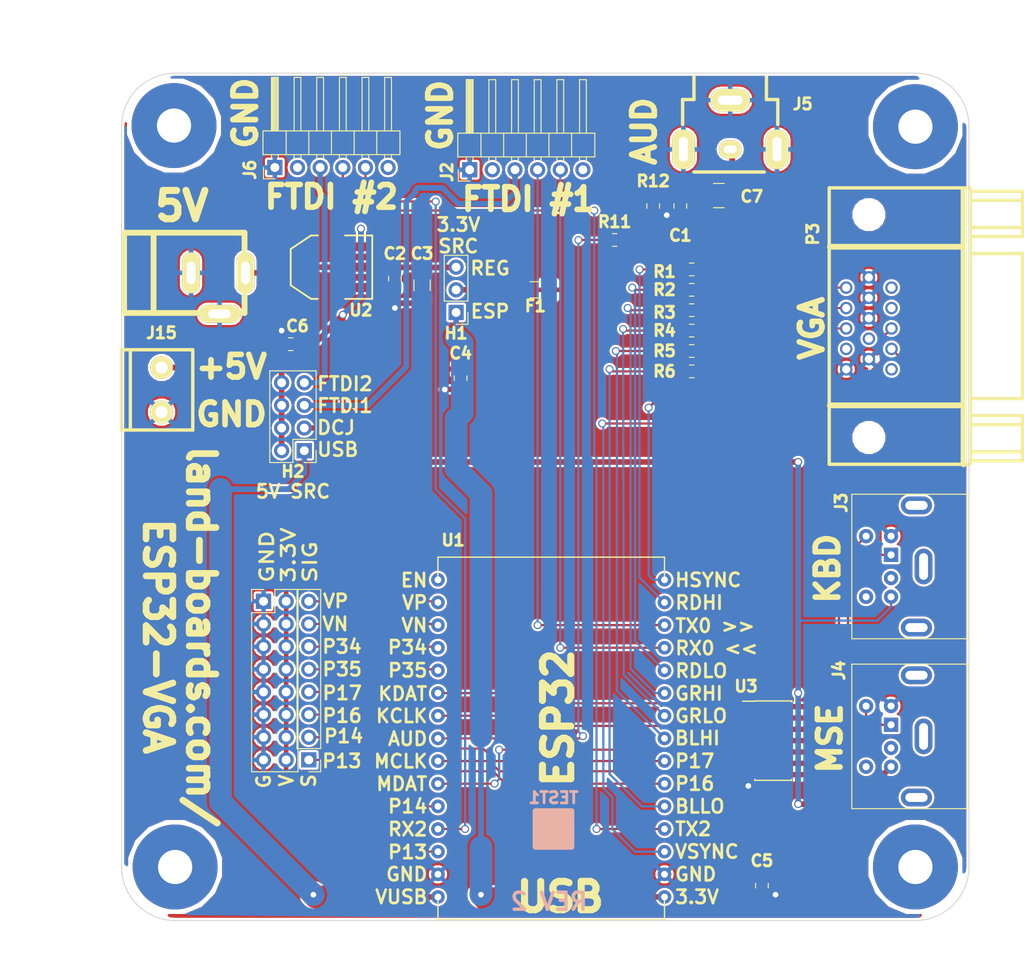
<source format=kicad_pcb>
(kicad_pcb (version 20171130) (host pcbnew "(5.0.2)-1")
  (title_block (title Blue-Pill-Hub) (date 2019-03-03) (rev 2) (company land-boards.com))
  (layers (0 F.Cu signal) (31 B.Cu signal) (36 B.SilkS user) (37 F.SilkS user) (38 B.Mask user) (39 F.Mask user) (44 Edge.Cuts user))
  (net 0 "")
  (net 1 +5V)
  (net 2 GND)
  (net 3 +3V3)
  (net 4 /VO3)
  (net 5 /DCIN)
  (net 6 /GP13)
  (net 7 /GP14)
  (net 8 /GP35)
  (net 9 /GP34)
  (net 10 /TX0)
  (net 11 /RX0)
  (net 12 /TX2)
  (net 13 /VP)
  (net 14 /VN)
  (net 15 /VUSB)
  (net 16 "Net-(F1-Pad2)")
  (net 17 "Net-(C1-Pad1)")
  (net 18 "Net-(C7-Pad2)")
  (net 19 /ESP3V)
  (net 20 /FTDI5V0)
  (net 21 /FTDI5V2)
  (net 22 "Net-(J3-Pad1)")
  (net 23 "Net-(J3-Pad5)")
  (net 24 "Net-(J4-Pad5)")
  (net 25 "Net-(J4-Pad1)")
  (net 26 "Net-(P3-Pad3)")
  (net 27 "Net-(P3-Pad2)")
  (net 28 "Net-(P3-Pad1)")
  (net 29 /HSYNC)
  (net 30 /VSYNC)
  (net 31 /REDHI)
  (net 32 /REDLO)
  (net 33 /GRNHI)
  (net 34 /GRNLO)
  (net 35 /BLUHI)
  (net 36 /BLULO)
  (net 37 /AUDIO)
  (net 38 /KBDAT)
  (net 39 /KBCLK)
  (net 40 /MSECLK)
  (net 41 /MSEDAT)
  (net 42 /RX2)
  (net 43 /GP16)
  (net 44 /GP17)
  (module LandBoards_Conns:RCA (layer F.Cu) (at 78.232 18.542)
    (fp_text reference J5 (at 8.128 -5.08 180) (layer F.SilkS) (effects (font (size 1.27 1.27) (thickness 0.3175))))
    (fp_text value RCA-JACK hide)
    (pad 4 thru_hole oval (at 0 0) (size 2.54 2.032) (drill oval 1.4986 0.889) (layers *.Cu *.Mask F.SilkS) (net 18 "Net-(C7-Pad2)"))
    (pad 3 thru_hole oval (at 5.2451 0) (size 2.54 4.445) (drill oval 1.016 2.794) (layers *.Cu *.Mask F.SilkS) (net 2 GND))
    (pad 2 thru_hole oval (at -5.2451 0) (size 2.54 4.445) (drill oval 1.016 2.794) (layers *.Cu *.Mask F.SilkS) (net 2 GND))
    (pad 1 thru_hole oval (at 0 -5.5118) (size 4.445 2.54) (drill oval 2.794 1.016) (layers *.Cu *.Mask F.SilkS) (net 2 GND))
  )
  (module Resistor_SMD:R_0805_2012Metric_Pad1.15x1.40mm_HandSolder (layer F.Cu) (at 65.278 28.702 180)
    (fp_text reference R11 (at 0 2.032 180) (layer F.SilkS) (effects (font (size 1.27 1.27) (thickness 0.3175))))
    (fp_text value 261)
    (pad 1 smd roundrect (at -1.025 0 180) (size 1.15 1.4) (layers F.Cu F.Paste F.Mask) (roundrect_rratio 0.217391) (net 17 "Net-(C1-Pad1)"))
    (pad 2 smd roundrect (at 1.025 0 180) (size 1.15 1.4) (layers F.Cu F.Paste F.Mask) (roundrect_rratio 0.217391) (net 37 /AUDIO))
  )
  (module LandBoards_SMD_Packages:SOT223 (layer F.Cu) (at 33.528 31.75 90)
    (fp_text reference U2 (at -4.826 3.302 180) (layer F.SilkS) (effects (font (size 1.27 1.27) (thickness 0.3175))))
    (fp_text value AP1117 hide)
    (pad 4 smd rect (at 0 -3.302 90) (size 3.6576 2.032) (layers F.Cu F.Mask) (net 4 /VO3))
    (pad 2 smd rect (at 0 3.302 90) (size 1.016 2.032) (layers F.Cu F.Mask) (net 4 /VO3))
    (pad 3 smd rect (at 2.286 3.302 90) (size 1.016 2.032) (layers F.Cu F.Mask) (net 1 +5V))
    (pad 1 smd rect (at -2.286 3.302 90) (size 1.016 2.032) (layers F.Cu F.Mask) (net 2 GND))
  )
  (module LandBoards_Conns:TB2-5MM (layer F.Cu) (at 14.478 48.006 90)
    (fp_text reference J15 (at 8.89 0 180) (layer F.SilkS) (effects (font (size 1.27 1.27) (thickness 0.3175))))
    (fp_text value Conn_01x02 hide)
    (pad 2 thru_hole circle (at 5 0 90) (size 2.54 2.54) (drill 1.3589) (layers *.Cu *.Mask F.SilkS) (net 5 /DCIN))
    (pad 1 thru_hole circle (at 0 0 90) (size 2.54 2.54) (drill 1.3589) (layers *.Cu *.Mask F.SilkS) (net 2 GND))
  )
  (module LandBoards_MountHoles:MTG-6-32 (layer F.Cu) (at 15.875 15.875)
    (fp_text reference MTG1 hide)
    (fp_text value MTG_HOLE hide)
    (pad 1 thru_hole circle (at 0 0) (size 9.525 9.525) (drill 3.8354) (layers *.Cu *.Mask) (clearance 0.508))
  )
  (module LandBoards_MountHoles:MTG-6-32 (layer F.Cu) (at 99 99)
    (fp_text reference MTG2 hide)
    (fp_text value MTG_HOLE hide)
    (pad 1 thru_hole circle (at 0 0) (size 9.525 9.525) (drill 3.8354) (layers *.Cu *.Mask) (clearance 0.508))
  )
  (module LandBoards_MountHoles:MTG-6-32 (layer F.Cu) (at 16 99)
    (fp_text reference MTG3 hide)
    (fp_text value MTG_HOLE hide)
    (pad 1 thru_hole circle (at 0 0) (size 9.525 9.525) (drill 3.8354) (layers *.Cu *.Mask) (clearance 0.508))
  )
  (module LandBoards_MountHoles:MTG-6-32 (layer F.Cu) (at 99 16)
    (fp_text reference MTG?1 hide)
    (fp_text value MTG_HOLE hide)
    (pad 1 thru_hole circle (at 0 0) (size 9.525 9.525) (drill 3.8354) (layers *.Cu *.Mask) (clearance 0.508))
  )
  (module LandBoards_BoardOutlines:ESP32_EXP (layer F.Cu) (at 58.166 102.362 180)
    (fp_text reference U1 (at 11 40 180) (layer F.SilkS) (effects (font (size 1.27 1.27) (thickness 0.3175))))
    (fp_text value ESP32)
    (pad 1 thru_hole circle (at -12.7 0 180) (size 1.524 1.524) (drill 0.762) (layers *.Cu *.Mask) (net 19 /ESP3V))
    (pad 2 thru_hole circle (at -12.7 2.54 180) (size 1.524 1.524) (drill 0.762) (layers *.Cu *.Mask) (net 2 GND))
    (pad 3 thru_hole circle (at -12.7 5.08 180) (size 1.524 1.524) (drill 0.762) (layers *.Cu *.Mask) (net 30 /VSYNC))
    (pad 4 thru_hole circle (at -12.7 7.62 180) (size 1.524 1.524) (drill 0.762) (layers *.Cu *.Mask) (net 12 /TX2))
    (pad 5 thru_hole circle (at -12.7 10.16 180) (size 1.524 1.524) (drill 0.762) (layers *.Cu *.Mask) (net 36 /BLULO))
    (pad 6 thru_hole circle (at -12.7 12.7 180) (size 1.524 1.524) (drill 0.762) (layers *.Cu *.Mask) (net 43 /GP16))
    (pad 7 thru_hole circle (at -12.7 15.24 180) (size 1.524 1.524) (drill 0.762) (layers *.Cu *.Mask) (net 44 /GP17))
    (pad 8 thru_hole circle (at -12.7 17.78 180) (size 1.524 1.524) (drill 0.762) (layers *.Cu *.Mask) (net 35 /BLUHI))
    (pad 9 thru_hole circle (at -12.7 20.32 180) (size 1.524 1.524) (drill 0.762) (layers *.Cu *.Mask) (net 34 /GRNLO))
    (pad 10 thru_hole circle (at -12.7 22.86 180) (size 1.524 1.524) (drill 0.762) (layers *.Cu *.Mask) (net 33 /GRNHI))
    (pad 11 thru_hole circle (at -12.7 25.4 180) (size 1.524 1.524) (drill 0.762) (layers *.Cu *.Mask) (net 32 /REDLO))
    (pad 12 thru_hole circle (at -12.7 27.94 180) (size 1.524 1.524) (drill 0.762) (layers *.Cu *.Mask) (net 11 /RX0))
    (pad 13 thru_hole circle (at -12.7 30.48 180) (size 1.524 1.524) (drill 0.762) (layers *.Cu *.Mask) (net 10 /TX0))
    (pad 14 thru_hole circle (at -12.7 33.02 180) (size 1.524 1.524) (drill 0.762) (layers *.Cu *.Mask) (net 31 /REDHI))
    (pad 15 thru_hole circle (at -12.7 35.56 180) (size 1.524 1.524) (drill 0.762) (layers *.Cu *.Mask) (net 29 /HSYNC))
    (pad 16 thru_hole circle (at 12.7 35.56 180) (size 1.524 1.524) (drill 0.762) (layers *.Cu *.Mask))
    (pad 17 thru_hole circle (at 12.7 33.02 180) (size 1.524 1.524) (drill 0.762) (layers *.Cu *.Mask) (net 13 /VP))
    (pad 18 thru_hole circle (at 12.7 30.48 180) (size 1.524 1.524) (drill 0.762) (layers *.Cu *.Mask) (net 14 /VN))
    (pad 19 thru_hole circle (at 12.7 27.94 180) (size 1.524 1.524) (drill 0.762) (layers *.Cu *.Mask) (net 9 /GP34))
    (pad 20 thru_hole circle (at 12.7 25.4 180) (size 1.524 1.524) (drill 0.762) (layers *.Cu *.Mask) (net 8 /GP35))
    (pad 21 thru_hole circle (at 12.7 22.86 180) (size 1.524 1.524) (drill 0.762) (layers *.Cu *.Mask) (net 38 /KBDAT))
    (pad 22 thru_hole circle (at 12.7 20.32 180) (size 1.524 1.524) (drill 0.762) (layers *.Cu *.Mask) (net 39 /KBCLK))
    (pad 23 thru_hole circle (at 12.7 17.78 180) (size 1.524 1.524) (drill 0.762) (layers *.Cu *.Mask) (net 37 /AUDIO))
    (pad 24 thru_hole circle (at 12.7 15.24 180) (size 1.524 1.524) (drill 0.762) (layers *.Cu *.Mask) (net 40 /MSECLK))
    (pad 25 thru_hole circle (at 12.7 12.7 180) (size 1.524 1.524) (drill 0.762) (layers *.Cu *.Mask) (net 41 /MSEDAT))
    (pad 26 thru_hole circle (at 12.7 10.16 180) (size 1.524 1.524) (drill 0.762) (layers *.Cu *.Mask) (net 7 /GP14))
    (pad 27 thru_hole circle (at 12.7 7.62 180) (size 1.524 1.524) (drill 0.762) (layers *.Cu *.Mask) (net 42 /RX2))
    (pad 28 thru_hole circle (at 12.7 5.08 180) (size 1.524 1.524) (drill 0.762) (layers *.Cu *.Mask) (net 6 /GP13))
    (pad 29 thru_hole circle (at 12.7 2.54 180) (size 1.524 1.524) (drill 0.762) (layers *.Cu *.Mask) (net 2 GND))
    (pad 30 thru_hole circle (at 12.7 0 180) (size 1.524 1.524) (drill 0.762) (layers *.Cu *.Mask) (net 15 /VUSB))
  )
  (module Fuse:Fuse_1206_3216Metric_Pad1.42x1.75mm_HandSolder (layer F.Cu) (at 56.388 34.29 180)
    (fp_text reference F1 (at 0 -1.82 180) (layer F.SilkS) (effects (font (size 1.27 1.27) (thickness 0.3175))))
    (fp_text value Polyfuse_Small)
    (pad 1 smd roundrect (at -1.4875 0 180) (size 1.425 1.75) (layers F.Cu F.Paste F.Mask) (roundrect_rratio 0.175439) (net 3 +3V3))
    (pad 2 smd roundrect (at 1.4875 0 180) (size 1.425 1.75) (layers F.Cu F.Paste F.Mask) (roundrect_rratio 0.175439) (net 16 "Net-(F1-Pad2)"))
  )
  (module LandBoards_Conns:DCJ-NEW-Slotted (layer F.Cu) (at 17.78 32.385)
    (fp_text reference J1 hide)
    (fp_text value DCJ0202 hide)
    (pad 2 thru_hole oval (at 0 0) (size 2 4.6) (drill oval 1 2.54) (layers *.Cu *.Mask F.SilkS) (net 2 GND))
    (pad 1 thru_hole oval (at 6.1 0) (size 2 4.6) (drill oval 1 2.54) (layers *.Cu *.Mask F.SilkS) (net 5 /DCIN))
    (pad 3 thru_hole oval (at 3.2 4.6) (size 4.6 2) (drill oval 2.54 1) (layers *.Cu *.Mask F.SilkS) (net 2 GND))
  )
  (module Connector_PinHeader_2.54mm:PinHeader_1x03_P2.54mm_Vertical (layer F.Cu) (at 47.498 36.83 180)
    (fp_text reference H1 (at 0 -2.33 180) (layer F.SilkS) (effects (font (size 1.27 1.27) (thickness 0.3175))))
    (fp_text value Conn_01x03)
    (pad 1 thru_hole rect (at 0 0 180) (size 1.7 1.7) (drill 1) (layers *.Cu *.Mask) (net 19 /ESP3V))
    (pad 2 thru_hole oval (at 0 2.54 180) (size 1.7 1.7) (drill 1) (layers *.Cu *.Mask) (net 16 "Net-(F1-Pad2)"))
    (pad 3 thru_hole oval (at 0 5.08 180) (size 1.7 1.7) (drill 1) (layers *.Cu *.Mask) (net 4 /VO3))
  )
  (module Connector_PinHeader_2.54mm:PinHeader_2x04_P2.54mm_Vertical (layer F.Cu) (at 30.48 52.324 180)
    (fp_text reference H2 (at 1.27 -2.33 180) (layer F.SilkS) (effects (font (size 1.27 1.27) (thickness 0.3175))))
    (fp_text value Conn_02x04_Odd_Even)
    (pad 1 thru_hole rect (at 0 0 180) (size 1.7 1.7) (drill 1) (layers *.Cu *.Mask) (net 15 /VUSB))
    (pad 2 thru_hole oval (at 2.54 0 180) (size 1.7 1.7) (drill 1) (layers *.Cu *.Mask) (net 1 +5V))
    (pad 3 thru_hole oval (at 0 2.54 180) (size 1.7 1.7) (drill 1) (layers *.Cu *.Mask) (net 5 /DCIN))
    (pad 4 thru_hole oval (at 2.54 2.54 180) (size 1.7 1.7) (drill 1) (layers *.Cu *.Mask) (net 1 +5V))
    (pad 5 thru_hole oval (at 0 5.08 180) (size 1.7 1.7) (drill 1) (layers *.Cu *.Mask) (net 20 /FTDI5V0))
    (pad 6 thru_hole oval (at 2.54 5.08 180) (size 1.7 1.7) (drill 1) (layers *.Cu *.Mask) (net 1 +5V))
    (pad 7 thru_hole oval (at 0 7.62 180) (size 1.7 1.7) (drill 1) (layers *.Cu *.Mask) (net 21 /FTDI5V2))
    (pad 8 thru_hole oval (at 2.54 7.62 180) (size 1.7 1.7) (drill 1) (layers *.Cu *.Mask) (net 1 +5V))
  )
  (module LandBoards_Conns:DB_15F-VGA-fixed (layer F.Cu) (at 97.79 38.354 90)
    (fp_text reference P3 (at 10.3124 -10.287 90) (layer F.SilkS) (effects (font (size 1.27 1.27) (thickness 0.3175))))
    (fp_text value VGA (at -0.254 -10.414 90) (layer F.SilkS) (effects (font (size 2.54 2.54) (thickness 0.635))))
    (pad "" np_thru_hole circle (at 12.49426 -4.01066 90) (size 3.2 3.2) (drill 3.2) (layers *.Cu *.Mask F.SilkS))
    (pad 3 thru_hole circle (at -0.2667 -6.55066 90) (size 1.397 1.397) (drill 0.889) (layers *.Cu *.Mask) (net 26 "Net-(P3-Pad3)"))
    (pad 2 thru_hole circle (at 2.0193 -6.55066 90) (size 1.397 1.397) (drill 0.9144) (layers *.Cu *.Mask) (net 27 "Net-(P3-Pad2)"))
    (pad 1 thru_hole circle (at 4.31038 -6.55066 90) (size 1.397 1.397) (drill 0.9144) (layers *.Cu *.Mask) (net 28 "Net-(P3-Pad1)"))
    (pad 4 thru_hole circle (at -2.56032 -6.55066 90) (size 1.397 1.397) (drill 0.9144) (layers *.Cu *.Mask))
    (pad 5 thru_hole circle (at -4.84886 -6.55066 90) (size 1.397 1.397) (drill 0.9144) (layers *.Cu *.Mask) (net 2 GND))
    (pad 9 thru_hole circle (at -1.41478 -4.01066 90) (size 1.397 1.397) (drill 0.9144) (layers *.Cu *.Mask))
    (pad 8 thru_hole circle (at 0.87376 -4.01066 90) (size 1.397 1.397) (drill 0.9144) (layers *.Cu *.Mask) (net 2 GND))
    (pad 7 thru_hole circle (at 3.16484 -4.01066 90) (size 1.397 1.397) (drill 0.9144) (layers *.Cu *.Mask) (net 2 GND))
    (pad 6 thru_hole circle (at 5.45592 -4.01066 90) (size 1.397 1.397) (drill 0.9144) (layers *.Cu *.Mask) (net 2 GND))
    (pad "" np_thru_hole circle (at -12.49426 -4.01066 90) (size 3.2 3.2) (drill 3.2) (layers *.Cu *.Mask F.SilkS))
    (pad 10 thru_hole circle (at -3.70586 -4.01066 90) (size 1.397 1.397) (drill 0.9144) (layers *.Cu *.Mask) (net 2 GND))
    (pad 11 thru_hole circle (at 4.31038 -1.47066 90) (size 1.397 1.397) (drill 0.9144) (layers *.Cu *.Mask))
    (pad 12 thru_hole circle (at 2.0193 -1.47066 90) (size 1.397 1.397) (drill 0.9144) (layers *.Cu *.Mask))
    (pad 13 thru_hole circle (at -0.26924 -1.4732 90) (size 1.397 1.397) (drill 0.9144) (layers *.Cu *.Mask) (net 29 /HSYNC))
    (pad 14 thru_hole circle (at -2.56032 -1.47066 90) (size 1.397 1.397) (drill 0.9144) (layers *.Cu *.Mask) (net 30 /VSYNC))
    (pad 15 thru_hole circle (at -4.84886 -1.47066 90) (size 1.397 1.397) (drill 0.9144) (layers *.Cu *.Mask))
  )
  (module Connector_PinHeader_2.54mm:PinHeader_1x08_P2.54mm_Vertical (layer F.Cu) (at 30.988 86.995 180)
    (fp_text reference P4 hide)
    (fp_text value Conn_01x08)
    (pad 1 thru_hole rect (at 0 0 180) (size 1.7 1.7) (drill 1) (layers *.Cu *.Mask) (net 6 /GP13))
    (pad 2 thru_hole oval (at 0 2.54 180) (size 1.7 1.7) (drill 1) (layers *.Cu *.Mask) (net 7 /GP14))
    (pad 3 thru_hole oval (at 0 5.08 180) (size 1.7 1.7) (drill 1) (layers *.Cu *.Mask) (net 43 /GP16))
    (pad 4 thru_hole oval (at 0 7.62 180) (size 1.7 1.7) (drill 1) (layers *.Cu *.Mask) (net 44 /GP17))
    (pad 5 thru_hole oval (at 0 10.16 180) (size 1.7 1.7) (drill 1) (layers *.Cu *.Mask) (net 8 /GP35))
    (pad 6 thru_hole oval (at 0 12.7 180) (size 1.7 1.7) (drill 1) (layers *.Cu *.Mask) (net 9 /GP34))
    (pad 7 thru_hole oval (at 0 15.24 180) (size 1.7 1.7) (drill 1) (layers *.Cu *.Mask) (net 14 /VN))
    (pad 8 thru_hole oval (at 0 17.78 180) (size 1.7 1.7) (drill 1) (layers *.Cu *.Mask) (net 13 /VP))
  )
  (module Resistor_SMD:R_0805_2012Metric_Pad1.15x1.40mm_HandSolder (layer F.Cu) (at 73.914 32.004 180)
    (fp_text reference R1 (at 3.048 -0.254 180) (layer F.SilkS) (effects (font (size 1.27 1.27) (thickness 0.3175))))
    (fp_text value 422)
    (pad 1 smd roundrect (at -1.025 0 180) (size 1.15 1.4) (layers F.Cu F.Paste F.Mask) (roundrect_rratio 0.217391) (net 28 "Net-(P3-Pad1)"))
    (pad 2 smd roundrect (at 1.025 0 180) (size 1.15 1.4) (layers F.Cu F.Paste F.Mask) (roundrect_rratio 0.217391) (net 31 /REDHI))
  )
  (module Resistor_SMD:R_0805_2012Metric_Pad1.15x1.40mm_HandSolder (layer F.Cu) (at 73.914 34.29 180)
    (fp_text reference R2 (at 3.048 0 180) (layer F.SilkS) (effects (font (size 1.27 1.27) (thickness 0.3175))))
    (fp_text value 845)
    (pad 2 smd roundrect (at 1.025 0 180) (size 1.15 1.4) (layers F.Cu F.Paste F.Mask) (roundrect_rratio 0.217391) (net 32 /REDLO))
    (pad 1 smd roundrect (at -1.025 0 180) (size 1.15 1.4) (layers F.Cu F.Paste F.Mask) (roundrect_rratio 0.217391) (net 28 "Net-(P3-Pad1)"))
  )
  (module Resistor_SMD:R_0805_2012Metric_Pad1.15x1.40mm_HandSolder (layer F.Cu) (at 73.914 36.576 180)
    (fp_text reference R3 (at 3.048 -0.254 180) (layer F.SilkS) (effects (font (size 1.27 1.27) (thickness 0.3175))))
    (fp_text value 422)
    (pad 1 smd roundrect (at -1.025 0 180) (size 1.15 1.4) (layers F.Cu F.Paste F.Mask) (roundrect_rratio 0.217391) (net 27 "Net-(P3-Pad2)"))
    (pad 2 smd roundrect (at 1.025 0 180) (size 1.15 1.4) (layers F.Cu F.Paste F.Mask) (roundrect_rratio 0.217391) (net 33 /GRNHI))
  )
  (module Resistor_SMD:R_0805_2012Metric_Pad1.15x1.40mm_HandSolder (layer F.Cu) (at 73.914 38.862 180)
    (fp_text reference R4 (at 3.048 0 180) (layer F.SilkS) (effects (font (size 1.27 1.27) (thickness 0.3175))))
    (fp_text value 845)
    (pad 2 smd roundrect (at 1.025 0 180) (size 1.15 1.4) (layers F.Cu F.Paste F.Mask) (roundrect_rratio 0.217391) (net 34 /GRNLO))
    (pad 1 smd roundrect (at -1.025 0 180) (size 1.15 1.4) (layers F.Cu F.Paste F.Mask) (roundrect_rratio 0.217391) (net 27 "Net-(P3-Pad2)"))
  )
  (module Resistor_SMD:R_0805_2012Metric_Pad1.15x1.40mm_HandSolder (layer F.Cu) (at 73.914 41.148 180)
    (fp_text reference R5 (at 3.048 0 180) (layer F.SilkS) (effects (font (size 1.27 1.27) (thickness 0.3175))))
    (fp_text value 422)
    (pad 2 smd roundrect (at 1.025 0 180) (size 1.15 1.4) (layers F.Cu F.Paste F.Mask) (roundrect_rratio 0.217391) (net 35 /BLUHI))
    (pad 1 smd roundrect (at -1.025 0 180) (size 1.15 1.4) (layers F.Cu F.Paste F.Mask) (roundrect_rratio 0.217391) (net 26 "Net-(P3-Pad3)"))
  )
  (module Resistor_SMD:R_0805_2012Metric_Pad1.15x1.40mm_HandSolder (layer F.Cu) (at 73.914 43.434 180)
    (fp_text reference R6 (at 3.048 0 180) (layer F.SilkS) (effects (font (size 1.27 1.27) (thickness 0.3175))))
    (fp_text value 845)
    (pad 1 smd roundrect (at -1.025 0 180) (size 1.15 1.4) (layers F.Cu F.Paste F.Mask) (roundrect_rratio 0.217391) (net 26 "Net-(P3-Pad3)"))
    (pad 2 smd roundrect (at 1.025 0 180) (size 1.15 1.4) (layers F.Cu F.Paste F.Mask) (roundrect_rratio 0.217391) (net 36 /BLULO))
  )
  (module Resistor_SMD:R_0805_2012Metric_Pad1.15x1.40mm_HandSolder (layer F.Cu) (at 69.596 24.892 90)
    (fp_text reference R12 (at 2.794 0 180) (layer F.SilkS) (effects (font (size 1.27 1.27) (thickness 0.3175))))
    (fp_text value 150)
    (pad 2 smd roundrect (at 1.025 0 90) (size 1.15 1.4) (layers F.Cu F.Paste F.Mask) (roundrect_rratio 0.217391) (net 17 "Net-(C1-Pad1)"))
    (pad 1 smd roundrect (at -1.025 0 90) (size 1.15 1.4) (layers F.Cu F.Paste F.Mask) (roundrect_rratio 0.217391) (net 2 GND))
  )
  (module LandBoards_Marking:TEST_BLK-REAR (layer F.Cu) (at 58.42 94.742)
    (fp_text reference TEST1 (at 0 -3.5) (layer B.SilkS) (effects (font (size 1.27 1.27) (thickness 0.3175)) (justify mirror)))
    (fp_text value COUPON hide)
  )
  (module Package_SO:SOIC-14_3.9x8.7mm_P1.27mm (layer F.Cu) (at 83.058 84.836)
    (fp_text reference U3 (at -3.048 -6.096) (layer F.SilkS) (effects (font (size 1.27 1.27) (thickness 0.3175))))
    (fp_text value TXS0104)
    (pad 1 smd rect (at -2.7 -3.81) (size 1.5 0.6) (layers F.Cu F.Paste F.Mask) (net 3 +3V3))
    (pad 2 smd rect (at -2.7 -2.54) (size 1.5 0.6) (layers F.Cu F.Paste F.Mask) (net 38 /KBDAT))
    (pad 3 smd rect (at -2.7 -1.27) (size 1.5 0.6) (layers F.Cu F.Paste F.Mask) (net 39 /KBCLK))
    (pad 4 smd rect (at -2.7 0) (size 1.5 0.6) (layers F.Cu F.Paste F.Mask) (net 41 /MSEDAT))
    (pad 5 smd rect (at -2.7 1.27) (size 1.5 0.6) (layers F.Cu F.Paste F.Mask) (net 40 /MSECLK))
    (pad 6 smd rect (at -2.7 2.54) (size 1.5 0.6) (layers F.Cu F.Paste F.Mask))
    (pad 7 smd rect (at -2.7 3.81) (size 1.5 0.6) (layers F.Cu F.Paste F.Mask) (net 2 GND))
    (pad 8 smd rect (at 2.7 3.81) (size 1.5 0.6) (layers F.Cu F.Paste F.Mask) (net 3 +3V3))
    (pad 9 smd rect (at 2.7 2.54) (size 1.5 0.6) (layers F.Cu F.Paste F.Mask))
    (pad 10 smd rect (at 2.7 1.27) (size 1.5 0.6) (layers F.Cu F.Paste F.Mask) (net 24 "Net-(J4-Pad5)"))
    (pad 11 smd rect (at 2.7 0) (size 1.5 0.6) (layers F.Cu F.Paste F.Mask) (net 25 "Net-(J4-Pad1)"))
    (pad 12 smd rect (at 2.7 -1.27) (size 1.5 0.6) (layers F.Cu F.Paste F.Mask) (net 23 "Net-(J3-Pad5)"))
    (pad 13 smd rect (at 2.7 -2.54) (size 1.5 0.6) (layers F.Cu F.Paste F.Mask) (net 22 "Net-(J3-Pad1)"))
    (pad 14 smd rect (at 2.7 -3.81) (size 1.5 0.6) (layers F.Cu F.Paste F.Mask) (net 1 +5V))
  )
  (module LandBoards_Conns:Connector_Mini-DIN_Female_6Pin_2rows (layer F.Cu) (at 96.266 64.008 90)
    (fp_text reference J3 (at 5.842 -5.588 90) (layer F.SilkS) (effects (font (size 1.27 1.27) (thickness 0.3175))))
    (fp_text value PS2_DIN6)
    (pad 7 thru_hole oval (at -8.15 2.85 90) (size 2 3.5) (drill oval 1 2.5) (layers *.Cu *.Mask))
    (pad 7 thru_hole oval (at 5.55 2.85 90) (size 2 3.5) (drill oval 1 2.5) (layers *.Cu *.Mask))
    (pad 1 thru_hole rect (at 0 0 90) (size 1.6 1.6) (drill 0.8) (layers *.Cu *.Mask) (net 22 "Net-(J3-Pad1)"))
    (pad 2 thru_hole circle (at -2.6 0 90) (size 1.6 1.6) (drill 0.8) (layers *.Cu *.Mask))
    (pad 3 thru_hole circle (at 2.1 0 90) (size 1.6 1.6) (drill 0.8) (layers *.Cu *.Mask) (net 2 GND))
    (pad 4 thru_hole circle (at -4.7 0 90) (size 1.6 1.6) (drill 0.8) (layers *.Cu *.Mask) (net 1 +5V))
    (pad 5 thru_hole circle (at 2.1 -2.8 90) (size 1.6 1.6) (drill 0.8) (layers *.Cu *.Mask) (net 23 "Net-(J3-Pad5)"))
    (pad 6 thru_hole circle (at -4.7 -2.8 90) (size 1.6 1.6) (drill 0.8) (layers *.Cu *.Mask))
    (pad 7 thru_hole oval (at -1.3 3.65 90) (size 4 2) (drill oval 3 1) (layers *.Cu *.Mask))
  )
  (module LandBoards_Conns:Connector_Mini-DIN_Female_6Pin_2rows (layer F.Cu) (at 96.266 83.058 90)
    (fp_text reference J4 (at 6.096 -5.842 90) (layer F.SilkS) (effects (font (size 1.27 1.27) (thickness 0.3175))))
    (fp_text value PS2_DIN6)
    (pad 7 thru_hole oval (at -1.3 3.65 90) (size 4 2) (drill oval 3 1) (layers *.Cu *.Mask))
    (pad 6 thru_hole circle (at -4.7 -2.8 90) (size 1.6 1.6) (drill 0.8) (layers *.Cu *.Mask))
    (pad 5 thru_hole circle (at 2.1 -2.8 90) (size 1.6 1.6) (drill 0.8) (layers *.Cu *.Mask) (net 24 "Net-(J4-Pad5)"))
    (pad 4 thru_hole circle (at -4.7 0 90) (size 1.6 1.6) (drill 0.8) (layers *.Cu *.Mask) (net 1 +5V))
    (pad 3 thru_hole circle (at 2.1 0 90) (size 1.6 1.6) (drill 0.8) (layers *.Cu *.Mask) (net 2 GND))
    (pad 2 thru_hole circle (at -2.6 0 90) (size 1.6 1.6) (drill 0.8) (layers *.Cu *.Mask))
    (pad 1 thru_hole rect (at 0 0 90) (size 1.6 1.6) (drill 0.8) (layers *.Cu *.Mask) (net 25 "Net-(J4-Pad1)"))
    (pad 7 thru_hole oval (at 5.55 2.85 90) (size 2 3.5) (drill oval 1 2.5) (layers *.Cu *.Mask))
    (pad 7 thru_hole oval (at -8.15 2.85 90) (size 2 3.5) (drill oval 1 2.5) (layers *.Cu *.Mask))
  )
  (module Connector_PinHeader_2.54mm:PinHeader_2x08_P2.54mm_Vertical (layer F.Cu) (at 25.908 69.215)
    (fp_text reference P2 hide)
    (fp_text value Conn_02x08_Odd_Even)
    (pad 1 thru_hole rect (at 0 0) (size 1.7 1.7) (drill 1) (layers *.Cu *.Mask) (net 2 GND))
    (pad 2 thru_hole oval (at 2.54 0) (size 1.7 1.7) (drill 1) (layers *.Cu *.Mask) (net 3 +3V3))
    (pad 3 thru_hole oval (at 0 2.54) (size 1.7 1.7) (drill 1) (layers *.Cu *.Mask) (net 2 GND))
    (pad 4 thru_hole oval (at 2.54 2.54) (size 1.7 1.7) (drill 1) (layers *.Cu *.Mask) (net 3 +3V3))
    (pad 5 thru_hole oval (at 0 5.08) (size 1.7 1.7) (drill 1) (layers *.Cu *.Mask) (net 2 GND))
    (pad 6 thru_hole oval (at 2.54 5.08) (size 1.7 1.7) (drill 1) (layers *.Cu *.Mask) (net 3 +3V3))
    (pad 7 thru_hole oval (at 0 7.62) (size 1.7 1.7) (drill 1) (layers *.Cu *.Mask) (net 2 GND))
    (pad 8 thru_hole oval (at 2.54 7.62) (size 1.7 1.7) (drill 1) (layers *.Cu *.Mask) (net 3 +3V3))
    (pad 9 thru_hole oval (at 0 10.16) (size 1.7 1.7) (drill 1) (layers *.Cu *.Mask) (net 2 GND))
    (pad 10 thru_hole oval (at 2.54 10.16) (size 1.7 1.7) (drill 1) (layers *.Cu *.Mask) (net 3 +3V3))
    (pad 11 thru_hole oval (at 0 12.7) (size 1.7 1.7) (drill 1) (layers *.Cu *.Mask) (net 2 GND))
    (pad 12 thru_hole oval (at 2.54 12.7) (size 1.7 1.7) (drill 1) (layers *.Cu *.Mask) (net 3 +3V3))
    (pad 13 thru_hole oval (at 0 15.24) (size 1.7 1.7) (drill 1) (layers *.Cu *.Mask) (net 2 GND))
    (pad 14 thru_hole oval (at 2.54 15.24) (size 1.7 1.7) (drill 1) (layers *.Cu *.Mask) (net 3 +3V3))
    (pad 15 thru_hole oval (at 0 17.78) (size 1.7 1.7) (drill 1) (layers *.Cu *.Mask) (net 2 GND))
    (pad 16 thru_hole oval (at 2.54 17.78) (size 1.7 1.7) (drill 1) (layers *.Cu *.Mask) (net 3 +3V3))
  )
  (module Connector_PinHeader_2.54mm:PinHeader_1x06_P2.54mm_Horizontal (layer F.Cu) (at 49.022 20.828 90)
    (fp_text reference J2 (at -0.254 -2.54 90) (layer F.SilkS) (effects (font (size 1.27 1.27) (thickness 0.3175))))
    (fp_text value FTDI)
    (pad 6 thru_hole oval (at 0 12.7 90) (size 1.7 1.7) (drill 1) (layers *.Cu *.Mask))
    (pad 5 thru_hole oval (at 0 10.16 90) (size 1.7 1.7) (drill 1) (layers *.Cu *.Mask) (net 11 /RX0))
    (pad 4 thru_hole oval (at 0 7.62 90) (size 1.7 1.7) (drill 1) (layers *.Cu *.Mask) (net 10 /TX0))
    (pad 3 thru_hole oval (at 0 5.08 90) (size 1.7 1.7) (drill 1) (layers *.Cu *.Mask) (net 20 /FTDI5V0))
    (pad 2 thru_hole oval (at 0 2.54 90) (size 1.7 1.7) (drill 1) (layers *.Cu *.Mask))
    (pad 1 thru_hole rect (at 0 0 90) (size 1.7 1.7) (drill 1) (layers *.Cu *.Mask) (net 2 GND))
  )
  (module Connector_PinHeader_2.54mm:PinHeader_1x06_P2.54mm_Horizontal (layer F.Cu) (at 27.178 20.574 90)
    (fp_text reference J6 (at -0.254 -2.794 90) (layer F.SilkS) (effects (font (size 1.27 1.27) (thickness 0.3175))))
    (fp_text value FTDI)
    (pad 1 thru_hole rect (at 0 0 90) (size 1.7 1.7) (drill 1) (layers *.Cu *.Mask) (net 2 GND))
    (pad 2 thru_hole oval (at 0 2.54 90) (size 1.7 1.7) (drill 1) (layers *.Cu *.Mask))
    (pad 3 thru_hole oval (at 0 5.08 90) (size 1.7 1.7) (drill 1) (layers *.Cu *.Mask) (net 21 /FTDI5V2))
    (pad 4 thru_hole oval (at 0 7.62 90) (size 1.7 1.7) (drill 1) (layers *.Cu *.Mask) (net 12 /TX2))
    (pad 5 thru_hole oval (at 0 10.16 90) (size 1.7 1.7) (drill 1) (layers *.Cu *.Mask) (net 42 /RX2))
    (pad 6 thru_hole oval (at 0 12.7 90) (size 1.7 1.7) (drill 1) (layers *.Cu *.Mask))
  )
  (module Capacitor_SMD:C_0805_2012Metric_Pad1.15x1.40mm_HandSolder (layer F.Cu) (at 72.644 24.892 270)
    (fp_text reference C1 (at 3.302 0) (layer F.SilkS) (effects (font (size 1.27 1.27) (thickness 0.3175))))
    (fp_text value 0.1uF)
    (pad 1 smd roundrect (at -1.025 0 270) (size 1.15 1.4) (layers F.Cu F.Paste F.Mask) (roundrect_rratio 0.217391) (net 17 "Net-(C1-Pad1)"))
    (pad 2 smd roundrect (at 1.025 0 270) (size 1.15 1.4) (layers F.Cu F.Paste F.Mask) (roundrect_rratio 0.217391) (net 2 GND))
  )
  (module Capacitor_SMD:C_0805_2012Metric_Pad1.15x1.40mm_HandSolder (layer F.Cu) (at 40.64 33.02 270)
    (fp_text reference C2 (at -2.794 0) (layer F.SilkS) (effects (font (size 1.27 1.27) (thickness 0.3175))))
    (fp_text value 0.1uF)
    (pad 2 smd roundrect (at 1.025 0 270) (size 1.15 1.4) (layers F.Cu F.Paste F.Mask) (roundrect_rratio 0.217391) (net 2 GND))
    (pad 1 smd roundrect (at -1.025 0 270) (size 1.15 1.4) (layers F.Cu F.Paste F.Mask) (roundrect_rratio 0.217391) (net 4 /VO3))
  )
  (module Capacitor_SMD:C_1206_3216Metric_Pad1.42x1.75mm_HandSolder (layer F.Cu) (at 43.688 33.782 270)
    (fp_text reference C3 (at -3.556 0) (layer F.SilkS) (effects (font (size 1.27 1.27) (thickness 0.3175))))
    (fp_text value 10uF)
    (pad 1 smd roundrect (at -1.4875 0 270) (size 1.425 1.75) (layers F.Cu F.Paste F.Mask) (roundrect_rratio 0.175439) (net 4 /VO3))
    (pad 2 smd roundrect (at 1.4875 0 270) (size 1.425 1.75) (layers F.Cu F.Paste F.Mask) (roundrect_rratio 0.175439) (net 2 GND))
  )
  (module Capacitor_SMD:C_0805_2012Metric_Pad1.15x1.40mm_HandSolder (layer F.Cu) (at 48.006 44.196 270)
    (fp_text reference C4 (at -2.794 0) (layer F.SilkS) (effects (font (size 1.27 1.27) (thickness 0.3175))))
    (fp_text value 0.1uF)
    (pad 1 smd roundrect (at -1.025 0 270) (size 1.15 1.4) (layers F.Cu F.Paste F.Mask) (roundrect_rratio 0.217391) (net 3 +3V3))
    (pad 2 smd roundrect (at 1.025 0 270) (size 1.15 1.4) (layers F.Cu F.Paste F.Mask) (roundrect_rratio 0.217391) (net 2 GND))
  )
  (module Capacitor_SMD:C_0805_2012Metric_Pad1.15x1.40mm_HandSolder (layer F.Cu) (at 81.788 101.092 270)
    (fp_text reference C5 (at -2.794 0) (layer F.SilkS) (effects (font (size 1.27 1.27) (thickness 0.3175))))
    (fp_text value 0.1uF)
    (pad 2 smd roundrect (at 1.025 0 270) (size 1.15 1.4) (layers F.Cu F.Paste F.Mask) (roundrect_rratio 0.217391) (net 2 GND))
    (pad 1 smd roundrect (at -1.025 0 270) (size 1.15 1.4) (layers F.Cu F.Paste F.Mask) (roundrect_rratio 0.217391) (net 3 +3V3))
  )
  (module Capacitor_SMD:C_0805_2012Metric_Pad1.15x1.40mm_HandSolder (layer F.Cu) (at 28.956 40.386 180)
    (fp_text reference C6 (at -0.762 2.032 180) (layer F.SilkS) (effects (font (size 1.27 1.27) (thickness 0.3175))))
    (fp_text value 0.1uF)
    (pad 1 smd roundrect (at -1.025 0 180) (size 1.15 1.4) (layers F.Cu F.Paste F.Mask) (roundrect_rratio 0.217391) (net 1 +5V))
    (pad 2 smd roundrect (at 1.025 0 180) (size 1.15 1.4) (layers F.Cu F.Paste F.Mask) (roundrect_rratio 0.217391) (net 2 GND))
  )
  (module Capacitor_SMD:C_1210_3225Metric_Pad1.42x2.65mm_HandSolder (layer F.Cu) (at 76.962 23.724566)
    (fp_text reference C7 (at 3.686146 0.102566) (layer F.SilkS) (effects (font (size 1.27 1.27) (thickness 0.3175))))
    (fp_text value 10uF)
    (pad 1 smd roundrect (at -1.4875 0) (size 1.425 2.65) (layers F.Cu F.Paste F.Mask) (roundrect_rratio 0.175439) (net 17 "Net-(C1-Pad1)"))
    (pad 2 smd roundrect (at 1.4875 0) (size 1.425 2.65) (layers F.Cu F.Paste F.Mask) (roundrect_rratio 0.175439) (net 18 "Net-(C7-Pad2)"))
  )
  (gr_text GND (at 44.45 99.822) (layer F.SilkS) (effects (font (size 1.5 1.5) (thickness 0.3)) (justify right)))
  (gr_text P17 (at 32.3596 79.502) (layer F.SilkS) (effects (font (size 1.5 1.5) (thickness 0.3)) (justify left)))
  (gr_text P16 (at 32.3596 82.042) (layer F.SilkS) (effects (font (size 1.5 1.5) (thickness 0.3)) (justify left)))
  (gr_text P14 (at 32.512 84.328) (layer F.SilkS) (effects (font (size 1.5 1.5) (thickness 0.3)) (justify left)))
  (gr_text P13 (at 32.318 87.122) (layer F.SilkS) (effects (font (size 1.5 1.5) (thickness 0.3)) (justify left)))
  (gr_text "REG\n\nESP" (at 51.308 34.29) (layer F.SilkS) (effects (font (size 1.5 1.5) (thickness 0.3))))
  (gr_text "3.3V\nSRC" (at 47.752 28.194) (layer F.SilkS) (effects (font (size 1.5 1.5) (thickness 0.3))))
  (gr_text GND (at 45.72 14.732 90) (layer F.SilkS) (effects (font (size 2.54 2.54) (thickness 0.635))))
  (gr_text GND (at 23.876 14.478 90) (layer F.SilkS) (effects (font (size 2.54 2.54) (thickness 0.635))))
  (gr_text AUD (at 68.58 16.51 90) (layer F.SilkS) (effects (font (size 2.54 2.54) (thickness 0.635))))
  (gr_text +5V (at 18.034 42.926) (layer F.SilkS) (effects (font (size 2.54 2.54) (thickness 0.635)) (justify left)))
  (gr_text GND (at 18.034 48.26) (layer F.SilkS) (effects (font (size 2.54 2.54) (thickness 0.635)) (justify left)))
  (gr_text KBD (at 89.154 65.532 90) (layer F.SilkS) (effects (font (size 2.54 2.54) (thickness 0.635))))
  (gr_text MSE (at 89.408 84.582 90) (layer F.SilkS) (effects (font (size 2.54 2.54) (thickness 0.635))))
  (gr_text "GND\n3.3V\nSIG" (at 28.702 67.31 90) (layer F.SilkS) (effects (font (size 1.5 1.905) (thickness 0.3)) (justify left)))
  (gr_text "FTDI #2" (at 33.528 23.876) (layer F.SilkS) (effects (font (size 2.54 2.54) (thickness 0.635))))
  (gr_text VP (at 32.4104 69.1896) (layer F.SilkS) (effects (font (size 1.5 1.5) (thickness 0.3)) (justify left)))
  (gr_text P34 (at 32.3342 74.295) (layer F.SilkS) (effects (font (size 1.5 1.5) (thickness 0.3)) (justify left)))
  (gr_text VN (at 32.3342 71.755) (layer F.SilkS) (effects (font (size 1.5 1.5) (thickness 0.3)) (justify left)))
  (gr_text P35 (at 32.3596 76.835) (layer F.SilkS) (effects (font (size 1.5 1.5) (thickness 0.3)) (justify left)))
  (gr_text VUSB (at 44.45 102.362) (layer F.SilkS) (effects (font (size 1.5 1.5) (thickness 0.3)) (justify right)))
  (gr_text "FTDI2\nFTDI1\nDCJ\nUSB" (at 31.75 48.514) (layer F.SilkS) (effects (font (size 1.524 1.524) (thickness 0.3)) (justify left)))
  (gr_text "5V SRC" (at 29.21 56.896) (layer F.SilkS) (effects (font (size 1.5 1.5) (thickness 0.3))))
  (gr_text EN (at 44.45 66.8528) (layer F.SilkS) (effects (font (size 1.5 1.5) (thickness 0.3)) (justify right)))
  (gr_text VP (at 44.45 69.3674) (layer F.SilkS) (effects (font (size 1.5 1.5) (thickness 0.3)) (justify right)))
  (gr_text VN (at 44.45 71.9074) (layer F.SilkS) (effects (font (size 1.5 1.5) (thickness 0.3)) (justify right)))
  (gr_text S (at 30.988 89.3318 90) (layer F.SilkS) (effects (font (size 1.5 1.5) (thickness 0.3))))
  (gr_text G (at 25.9334 89.408 90) (layer F.SilkS) (effects (font (size 1.5 1.5) (thickness 0.3))))
  (gr_text V (at 28.4734 89.3064 90) (layer F.SilkS) (effects (font (size 1.5 1.5) (thickness 0.3))))
  (gr_text P13 (at 44.45 97.3328) (layer F.SilkS) (effects (font (size 1.5 1.5) (thickness 0.3)) (justify right)))
  (gr_text RX2 (at 44.45 94.7674) (layer F.SilkS) (effects (font (size 1.5 1.5) (thickness 0.3)) (justify right)))
  (gr_text P14 (at 44.45 92.202) (layer F.SilkS) (effects (font (size 1.5 1.5) (thickness 0.3)) (justify right)))
  (gr_text MDAT (at 44.4246 89.6874) (layer F.SilkS) (effects (font (size 1.5 1.5) (thickness 0.3)) (justify right)))
  (gr_text MCLK (at 44.45 87.1474) (layer F.SilkS) (effects (font (size 1.5 1.5) (thickness 0.3)) (justify right)))
  (gr_text AUD (at 44.45 84.6328) (layer F.SilkS) (effects (font (size 1.5 1.5) (thickness 0.3)) (justify right)))
  (gr_text KCLK (at 44.45 82.0674) (layer F.SilkS) (effects (font (size 1.5 1.5) (thickness 0.3)) (justify right)))
  (gr_text KDAT (at 44.4246 79.5782) (layer F.SilkS) (effects (font (size 1.5 1.5) (thickness 0.3)) (justify right)))
  (gr_text P35 (at 44.45 76.962) (layer F.SilkS) (effects (font (size 1.5 1.5) (thickness 0.3)) (justify right)))
  (gr_text P34 (at 44.4246 74.3712) (layer F.SilkS) (effects (font (size 1.5 1.5) (thickness 0.3)) (justify right)))
  (gr_text VSYNC (at 71.882 97.282) (layer F.SilkS) (effects (font (size 1.5 1.5) (thickness 0.3)) (justify left)))
  (gr_text TX2 (at 71.882 94.742) (layer F.SilkS) (effects (font (size 1.5 1.5) (thickness 0.3)) (justify left)))
  (gr_text BLLO (at 71.882 92.202) (layer F.SilkS) (effects (font (size 1.5 1.5) (thickness 0.3)) (justify left)))
  (gr_text P16 (at 71.882 89.662) (layer F.SilkS) (effects (font (size 1.5 1.5) (thickness 0.3)) (justify left)))
  (gr_text P17 (at 71.882 87.122) (layer F.SilkS) (effects (font (size 1.5 1.5) (thickness 0.3)) (justify left)))
  (gr_text BLHI (at 71.8566 84.5566) (layer F.SilkS) (effects (font (size 1.5 1.5) (thickness 0.3)) (justify left)))
  (gr_text GRLO (at 71.882 82.0674) (layer F.SilkS) (effects (font (size 1.5 1.5) (thickness 0.3)) (justify left)))
  (gr_text GRHI (at 71.882 79.5528) (layer F.SilkS) (effects (font (size 1.5 1.5) (thickness 0.3)) (justify left)))
  (gr_text RDLO (at 71.9074 77.0128) (layer F.SilkS) (effects (font (size 1.5 1.5) (thickness 0.3)) (justify left)))
  (gr_text HSYNC (at 71.882 66.8274) (layer F.SilkS) (effects (font (size 1.5 1.5) (thickness 0.3)) (justify left)))
  (gr_text 3.3V (at 71.882 102.362) (layer F.SilkS) (effects (font (size 1.5 1.5) (thickness 0.3)) (justify left)))
  (gr_text "RX0 <<" (at 71.9074 74.4728) (layer F.SilkS) (effects (font (size 1.5 1.5) (thickness 0.3)) (justify left)))
  (gr_text RDHI (at 71.9074 69.3674) (layer F.SilkS) (effects (font (size 1.5 1.5) (thickness 0.3)) (justify left)))
  (gr_text GND (at 71.882 99.822) (layer F.SilkS) (effects (font (size 1.5 1.5) (thickness 0.3)) (justify left)))
  (gr_text "TX0 >>" (at 71.9074 71.9582) (layer F.SilkS) (effects (font (size 1.5 1.5) (thickness 0.3)) (justify left)))
  (gr_text "FTDI #1" (at 55.626 24.13) (layer F.SilkS) (effects (font (size 2.54 2.54) (thickness 0.635))))
  (gr_text USB (at 59.182 102.362) (layer F.SilkS) (effects (font (size 3.175 3.175) (thickness 0.79375))))
  (gr_text ESP32 (at 58.928 82.296 90) (layer F.SilkS) (effects (font (size 3.175 3.175) (thickness 0.79375))))
  (gr_text 5V (at 16.764 24.892) (layer F.SilkS) (effects (font (size 3.175 3.175) (thickness 0.79375))))
  (gr_text "REV 2" (at 57.912 102.87) (layer B.SilkS) (effects (font (size 1.905 1.905) (thickness 0.381)) (justify mirror)))
  (gr_line (start 10 99) (end 10 16) (angle 90) (layer Edge.Cuts) (width 0.1))
  (gr_line (start 99 105) (end 16 105) (angle 90) (layer Edge.Cuts) (width 0.1))
  (gr_line (start 105 16) (end 105 99) (angle 90) (layer Edge.Cuts) (width 0.1))
  (gr_line (start 16 10) (end 99 10) (angle 90) (layer Edge.Cuts) (width 0.1))
  (gr_arc (start 16 99) (end 16 105) (angle 90) (layer Edge.Cuts) (width 0.1))
  (gr_arc (start 99 99) (end 105 99) (angle 90) (layer Edge.Cuts) (width 0.1))
  (gr_arc (start 99 16) (end 99 10) (angle 90) (layer Edge.Cuts) (width 0.1))
  (gr_arc (start 16 16) (end 10 16) (angle 90) (layer Edge.Cuts) (width 0.1))
  (gr_text "land-boards.com/\nESP32-VGA" (at 16.51 73.152 270) (layer F.SilkS) (effects (font (size 3 3) (thickness 0.75))))
  (via (at 85.852 53.594) (size 0.889) (drill 0.635) (layers F.Cu B.Cu) (net 1))
  (via (at 85.852 91.948) (size 0.889) (drill 0.635) (layers F.Cu B.Cu) (net 1))
  (segment (start 85.852 91.948) (end 93.98 91.948) (width 0.635) (layer F.Cu) (net 1))
  (segment (start 93.98 90.044) (end 96.266 87.758) (width 0.635) (layer F.Cu) (net 1))
  (segment (start 93.98 91.948) (end 93.98 90.044) (width 0.635) (layer F.Cu) (net 1))
  (via (at 85.852 79.502) (size 0.889) (drill 0.635) (layers F.Cu B.Cu) (net 1))
  (segment (start 85.758 79.596) (end 85.852 79.502) (width 0.254) (layer F.Cu) (net 1))
  (segment (start 85.758 81.026) (end 85.758 79.596) (width 0.254) (layer F.Cu) (net 1))
  (segment (start 85.852 79.502) (end 85.852 91.948) (width 0.635) (layer B.Cu) (net 1))
  (segment (start 96.266 69.83937) (end 94.73137 71.374) (width 0.254) (layer B.Cu) (net 1))
  (segment (start 96.266 68.708) (end 96.266 69.83937) (width 0.254) (layer B.Cu) (net 1))
  (segment (start 94.73137 71.374) (end 85.852 71.374) (width 0.254) (layer B.Cu) (net 1))
  (segment (start 85.852 53.594) (end 85.852 71.374) (width 0.635) (layer B.Cu) (net 1))
  (segment (start 85.852 71.374) (end 85.852 79.502) (width 0.635) (layer B.Cu) (net 1))
  (segment (start 30.226 40.406) (end 30.206 40.386) (width 0.635) (layer F.Cu) (net 1))
  (segment (start 31.591 40.386) (end 33.274 38.703) (width 0.635) (layer F.Cu) (net 1))
  (segment (start 30.206 40.386) (end 31.591 40.386) (width 0.635) (layer F.Cu) (net 1))
  (via (at 34.798 37.084) (size 0.889) (drill 0.635) (layers F.Cu B.Cu) (net 1))
  (segment (start 33.274 38.703) (end 33.274 38.608) (width 0.635) (layer F.Cu) (net 1))
  (segment (start 33.274 38.608) (end 34.798 37.084) (width 0.635) (layer F.Cu) (net 1))
  (via (at 36.83 27.432) (size 0.889) (drill 0.635) (layers F.Cu B.Cu) (net 1))
  (segment (start 34.798 37.084) (end 36.83 35.052) (width 0.635) (layer B.Cu) (net 1))
  (segment (start 36.83 35.052) (end 36.83 27.432) (width 0.635) (layer B.Cu) (net 1))
  (segment (start 36.83 27.432) (end 36.83 29.464) (width 0.635) (layer F.Cu) (net 1))
  (segment (start 27.94 44.704) (end 27.94 42.926) (width 0.635) (layer F.Cu) (net 1))
  (segment (start 27.94 42.926) (end 28.448 42.418) (width 0.635) (layer F.Cu) (net 1))
  (segment (start 28.448 42.418) (end 29.464 42.418) (width 0.635) (layer F.Cu) (net 1))
  (segment (start 30.206 41.676) (end 30.206 40.386) (width 0.635) (layer F.Cu) (net 1))
  (segment (start 29.464 42.418) (end 30.206 41.676) (width 0.635) (layer F.Cu) (net 1))
  (segment (start 27.94 52.324) (end 27.94 49.784) (width 0.635) (layer F.Cu) (net 1))
  (segment (start 27.94 47.244) (end 27.94 49.784) (width 0.635) (layer F.Cu) (net 1))
  (segment (start 27.94 44.704) (end 27.94 47.244) (width 0.635) (layer F.Cu) (net 1))
  (segment (start 34.798 37.084) (end 34.798 46.99) (width 0.635) (layer F.Cu) (net 1))
  (segment (start 41.402 53.594) (end 45.72 53.594) (width 0.635) (layer F.Cu) (net 1))
  (segment (start 34.798 46.99) (end 41.402 53.594) (width 0.635) (layer F.Cu) (net 1))
  (segment (start 85.852 53.594) (end 45.72 53.594) (width 0.635) (layer F.Cu) (net 1))
  (via (at 80.264 89.916) (size 0.889) (drill 0.635) (layers F.Cu B.Cu) (net 2))
  (segment (start 80.358 88.646) (end 80.358 89.822) (width 0.254) (layer F.Cu) (net 2))
  (segment (start 80.358 89.822) (end 80.264 89.916) (width 0.254) (layer F.Cu) (net 2))
  (via (at 40.64 36.322) (size 0.889) (drill 0.635) (layers F.Cu B.Cu) (net 2))
  (segment (start 43.688 35.782) (end 41.18 35.782) (width 0.635) (layer F.Cu) (net 2))
  (segment (start 41.18 35.782) (end 40.64 36.322) (width 0.635) (layer F.Cu) (net 2))
  (segment (start 40.64 36.322) (end 40.64 34.27) (width 0.635) (layer F.Cu) (net 2))
  (segment (start 40.406 34.036) (end 40.64 34.27) (width 0.635) (layer F.Cu) (net 2))
  (segment (start 36.83 34.036) (end 40.406 34.036) (width 0.635) (layer F.Cu) (net 2))
  (via (at 46.228 45.466) (size 0.889) (drill 0.635) (layers F.Cu B.Cu) (net 2))
  (segment (start 48.006 45.446) (end 46.248 45.446) (width 0.635) (layer F.Cu) (net 2))
  (segment (start 46.248 45.446) (end 46.228 45.466) (width 0.635) (layer F.Cu) (net 2))
  (segment (start 46.208 45.446) (end 46.228 45.466) (width 0.635) (layer F.Cu) (net 2))
  (via (at 27.94 38.862) (size 0.889) (drill 0.635) (layers F.Cu B.Cu) (net 2))
  (segment (start 27.931 40.386) (end 27.931 38.871) (width 0.254) (layer F.Cu) (net 2))
  (segment (start 27.931 38.871) (end 27.94 38.862) (width 0.254) (layer F.Cu) (net 2))
  (via (at 83.312 102.108) (size 0.889) (drill 0.635) (layers F.Cu B.Cu) (net 2))
  (segment (start 81.788 102.117) (end 83.303 102.117) (width 0.254) (layer F.Cu) (net 2))
  (segment (start 83.303 102.117) (end 83.312 102.108) (width 0.254) (layer F.Cu) (net 2))
  (via (at 71.12 25.917) (size 0.889) (drill 0.635) (layers F.Cu B.Cu) (net 2))
  (segment (start 72.644 25.917) (end 71.12 25.917) (width 0.254) (layer F.Cu) (net 2))
  (segment (start 69.596 25.917) (end 71.12 25.917) (width 0.254) (layer F.Cu) (net 2))
  (segment (start 35.179 31.75) (end 30.226 31.75) (width 0.635) (layer F.Cu) (net 4))
  (segment (start 40.62 31.75) (end 40.64 31.77) (width 0.635) (layer F.Cu) (net 4))
  (segment (start 36.83 31.75) (end 40.62 31.75) (width 0.635) (layer F.Cu) (net 4))
  (segment (start 43.676 31.77) (end 43.688 31.782) (width 0.635) (layer F.Cu) (net 4))
  (segment (start 40.64 31.77) (end 43.676 31.77) (width 0.635) (layer F.Cu) (net 4))
  (segment (start 47.466 31.782) (end 47.498 31.75) (width 0.635) (layer F.Cu) (net 4))
  (segment (start 43.688 31.782) (end 47.466 31.782) (width 0.635) (layer F.Cu) (net 4))
  (segment (start 36.83 31.75) (end 35.179 31.75) (width 0.635) (layer F.Cu) (net 4))
  (segment (start 32.004 56.642) (end 34.544 54.102) (width 0.635) (layer F.Cu) (net 5))
  (segment (start 34.544 54.102) (end 34.544 51.308) (width 0.635) (layer F.Cu) (net 5))
  (segment (start 33.02 49.784) (end 30.48 49.784) (width 0.635) (layer F.Cu) (net 5))
  (segment (start 34.544 51.308) (end 33.02 49.784) (width 0.635) (layer F.Cu) (net 5))
  (segment (start 25.515 32.385) (end 26.162 33.032) (width 0.635) (layer F.Cu) (net 5))
  (segment (start 23.88 32.385) (end 25.515 32.385) (width 0.635) (layer F.Cu) (net 5))
  (segment (start 26.162 56.134) (end 26.67 56.642) (width 0.635) (layer F.Cu) (net 5))
  (segment (start 26.67 56.642) (end 32.004 56.642) (width 0.635) (layer F.Cu) (net 5))
  (segment (start 26.162 33.032) (end 26.162 35.56) (width 0.635) (layer F.Cu) (net 5))
  (segment (start 26.162 48.006) (end 26.162 56.134) (width 0.635) (layer F.Cu) (net 5))
  (segment (start 26.082 43.006) (end 26.162 42.926) (width 0.635) (layer F.Cu) (net 5))
  (segment (start 14.478 43.006) (end 26.082 43.006) (width 0.635) (layer F.Cu) (net 5))
  (segment (start 26.162 35.56) (end 26.162 42.926) (width 0.635) (layer F.Cu) (net 5))
  (segment (start 26.162 42.926) (end 26.162 48.006) (width 0.635) (layer F.Cu) (net 5))
  (segment (start 45.466 97.282) (end 43.942 97.282) (width 0.254) (layer F.Cu) (net 6))
  (segment (start 33.655 86.995) (end 38.862 92.202) (width 0.254) (layer F.Cu) (net 6))
  (segment (start 30.988 86.995) (end 33.655 86.995) (width 0.254) (layer F.Cu) (net 6))
  (segment (start 43.942 97.282) (end 38.862 92.202) (width 0.254) (layer F.Cu) (net 6))
  (segment (start 45.466 92.202) (end 43.18 92.202) (width 0.254) (layer F.Cu) (net 7))
  (segment (start 35.433 84.455) (end 39.878 88.9) (width 0.254) (layer F.Cu) (net 7))
  (segment (start 30.988 84.455) (end 35.433 84.455) (width 0.254) (layer F.Cu) (net 7))
  (segment (start 43.18 92.202) (end 39.878 88.9) (width 0.254) (layer F.Cu) (net 7))
  (segment (start 45.339 76.835) (end 45.466 76.962) (width 0.254) (layer F.Cu) (net 8))
  (segment (start 30.988 76.835) (end 45.339 76.835) (width 0.254) (layer F.Cu) (net 8))
  (segment (start 45.339 74.295) (end 45.466 74.422) (width 0.254) (layer F.Cu) (net 9))
  (segment (start 30.988 74.295) (end 45.339 74.295) (width 0.254) (layer F.Cu) (net 9))
  (via (at 56.642 71.882) (size 0.889) (drill 0.635) (layers F.Cu B.Cu) (net 10))
  (segment (start 56.642 67.564) (end 56.642 71.882) (width 0.254) (layer B.Cu) (net 10))
  (segment (start 56.642 71.882) (end 60.452 71.882) (width 0.254) (layer F.Cu) (net 10))
  (segment (start 70.866 71.882) (end 60.452 71.882) (width 0.254) (layer F.Cu) (net 10))
  (segment (start 56.642 67.564) (end 56.642 20.828) (width 0.254) (layer B.Cu) (net 10))
  (via (at 59.182 74.422) (size 0.889) (drill 0.635) (layers F.Cu B.Cu) (net 11))
  (segment (start 59.182 20.828) (end 59.182 74.422) (width 0.254) (layer B.Cu) (net 11))
  (segment (start 59.182 74.422) (end 70.866 74.422) (width 0.254) (layer F.Cu) (net 11))
  (via (at 63.246 94.742) (size 0.889) (drill 0.635) (layers F.Cu B.Cu) (net 12))
  (segment (start 70.866 94.742) (end 63.246 94.742) (width 0.254) (layer F.Cu) (net 12))
  (segment (start 63.246 94.742) (end 63.246 53.086) (width 0.254) (layer B.Cu) (net 12))
  (via (at 62.992 25.4) (size 0.889) (drill 0.635) (layers F.Cu B.Cu) (net 12))
  (segment (start 62.992 49.608742) (end 62.992 25.4) (width 0.254) (layer B.Cu) (net 12))
  (segment (start 63.246 53.086) (end 62.992 52.832) (width 0.254) (layer B.Cu) (net 12))
  (segment (start 62.992 25.4) (end 36.83 25.4) (width 0.254) (layer F.Cu) (net 12))
  (segment (start 34.798 23.368) (end 34.798 20.574) (width 0.254) (layer F.Cu) (net 12))
  (segment (start 36.83 25.4) (end 34.798 23.368) (width 0.254) (layer F.Cu) (net 12))
  (segment (start 62.992 52.832) (end 62.992 49.608742) (width 0.254) (layer B.Cu) (net 12))
  (segment (start 45.339 69.215) (end 45.466 69.342) (width 0.254) (layer F.Cu) (net 13))
  (segment (start 30.988 69.215) (end 45.339 69.215) (width 0.254) (layer F.Cu) (net 13))
  (segment (start 45.339 71.755) (end 45.466 71.882) (width 0.254) (layer F.Cu) (net 14))
  (segment (start 30.988 71.755) (end 45.339 71.755) (width 0.254) (layer F.Cu) (net 14))
  (via (at 31.496 102.108) (size 0.889) (drill 0.635) (layers F.Cu B.Cu) (net 15))
  (segment (start 31.75 102.362) (end 31.496 102.108) (width 2.54) (layer F.Cu) (net 15))
  (segment (start 31.496 102.108) (end 21.082 91.694) (width 2.54) (layer B.Cu) (net 15))
  (segment (start 45.466 102.362) (end 40.132 102.362) (width 0.635) (layer F.Cu) (net 15))
  (segment (start 40.132 102.362) (end 31.75 102.362) (width 2.54) (layer F.Cu) (net 15))
  (segment (start 28.702 56.642) (end 21.082 56.642) (width 0.635) (layer B.Cu) (net 15))
  (segment (start 30.48 54.864) (end 28.702 56.642) (width 0.635) (layer B.Cu) (net 15))
  (segment (start 30.48 52.324) (end 30.48 54.864) (width 0.635) (layer B.Cu) (net 15))
  (segment (start 21.082 91.694) (end 21.082 56.642) (width 2.54) (layer B.Cu) (net 15))
  (segment (start 48.700081 34.29) (end 54.9005 34.29) (width 0.635) (layer F.Cu) (net 16))
  (segment (start 47.498 34.29) (end 48.700081 34.29) (width 0.635) (layer F.Cu) (net 16))
  (segment (start 66.303 28.702) (end 66.303 25.137) (width 0.254) (layer F.Cu) (net 17))
  (segment (start 67.573 23.867) (end 69.596 23.867) (width 0.254) (layer F.Cu) (net 17))
  (segment (start 66.303 25.137) (end 67.573 23.867) (width 0.254) (layer F.Cu) (net 17))
  (segment (start 69.596 23.867) (end 72.644 23.867) (width 0.254) (layer F.Cu) (net 17))
  (segment (start 75.332066 23.867) (end 75.4745 23.724566) (width 0.254) (layer F.Cu) (net 17))
  (segment (start 72.644 23.867) (end 75.332066 23.867) (width 0.254) (layer F.Cu) (net 17))
  (segment (start 78.4495 18.7595) (end 78.232 18.542) (width 0.635) (layer F.Cu) (net 18))
  (segment (start 78.4495 23.724566) (end 78.4495 18.7595) (width 0.635) (layer F.Cu) (net 18))
  (via (at 50.292 102.108) (size 0.889) (drill 0.635) (layers F.Cu B.Cu) (net 19))
  (segment (start 67.373501 102.552499) (end 67.564 102.362) (width 2.54) (layer F.Cu) (net 19))
  (segment (start 50.736499 102.552499) (end 67.373501 102.552499) (width 2.54) (layer F.Cu) (net 19))
  (segment (start 50.292 102.108) (end 50.736499 102.552499) (width 2.54) (layer F.Cu) (net 19))
  (segment (start 70.866 102.362) (end 67.564 102.362) (width 0.635) (layer F.Cu) (net 19))
  (segment (start 50.292 102.108) (end 50.292 96.774) (width 2.54) (layer B.Cu) (net 19))
  (segment (start 50.292 57.15) (end 47.498 54.356) (width 2.54) (layer B.Cu) (net 19))
  (segment (start 50.292 84.328) (end 50.292 57.15) (width 2.54) (layer B.Cu) (net 19))
  (segment (start 50.292 84.328) (end 50.292 96.774) (width 0.635) (layer B.Cu) (net 19))
  (segment (start 48.196501 40.322501) (end 47.498 39.624) (width 2.54) (layer B.Cu) (net 19))
  (segment (start 48.196501 48.069499) (end 48.196501 40.322501) (width 2.54) (layer B.Cu) (net 19))
  (segment (start 47.498 48.768) (end 48.196501 48.069499) (width 2.54) (layer B.Cu) (net 19))
  (segment (start 47.498 54.356) (end 47.498 48.768) (width 2.54) (layer B.Cu) (net 19))
  (segment (start 47.498 36.83) (end 47.498 39.624) (width 0.635) (layer B.Cu) (net 19))
  (segment (start 42.926001 23.367999) (end 42.926001 23.113999) (width 0.635) (layer B.Cu) (net 20))
  (segment (start 41.91 24.384) (end 42.926001 23.367999) (width 0.635) (layer B.Cu) (net 20))
  (segment (start 42.926001 23.113999) (end 43.18 22.86) (width 0.635) (layer B.Cu) (net 20))
  (segment (start 43.18 22.86) (end 45.974 22.86) (width 0.635) (layer B.Cu) (net 20))
  (segment (start 45.974 22.86) (end 47.752 24.638) (width 0.635) (layer B.Cu) (net 20))
  (segment (start 47.752 24.638) (end 52.832 24.638) (width 0.635) (layer B.Cu) (net 20))
  (segment (start 54.102 23.368) (end 54.102 20.828) (width 0.635) (layer B.Cu) (net 20))
  (segment (start 52.832 24.638) (end 54.102 23.368) (width 0.635) (layer B.Cu) (net 20))
  (segment (start 37.592 47.244) (end 41.91 42.926) (width 0.635) (layer B.Cu) (net 20))
  (segment (start 30.48 47.244) (end 37.592 47.244) (width 0.635) (layer B.Cu) (net 20))
  (segment (start 41.91 42.926) (end 41.91 24.384) (width 0.635) (layer B.Cu) (net 20))
  (segment (start 30.48 44.704) (end 32.004 44.704) (width 0.635) (layer B.Cu) (net 21))
  (segment (start 32.004 44.704) (end 32.766 43.942) (width 0.635) (layer B.Cu) (net 21))
  (segment (start 32.766 43.942) (end 32.766 23.876) (width 0.635) (layer B.Cu) (net 21))
  (segment (start 32.258 23.368) (end 32.258 20.574) (width 0.635) (layer B.Cu) (net 21))
  (segment (start 32.766 23.876) (end 32.258 23.368) (width 0.635) (layer B.Cu) (net 21))
  (segment (start 95.212 64.008) (end 96.266 64.008) (width 0.254) (layer F.Cu) (net 22))
  (segment (start 95.084999 63.880999) (end 95.212 64.008) (width 0.254) (layer F.Cu) (net 22))
  (segment (start 95.084999 60.540999) (end 95.084999 63.880999) (width 0.254) (layer F.Cu) (net 22))
  (segment (start 85.758 82.296) (end 86.762 82.296) (width 0.254) (layer F.Cu) (net 22))
  (segment (start 86.762 82.296) (end 90.424 78.634) (width 0.254) (layer F.Cu) (net 22))
  (segment (start 90.424 78.634) (end 90.424 61.214) (width 0.254) (layer F.Cu) (net 22))
  (segment (start 90.424 61.214) (end 92.202 59.436) (width 0.254) (layer F.Cu) (net 22))
  (segment (start 92.202 59.436) (end 93.98 59.436) (width 0.254) (layer F.Cu) (net 22))
  (segment (start 93.98 59.436) (end 95.084999 60.540999) (width 0.254) (layer F.Cu) (net 22))
  (segment (start 86.762 83.566) (end 91.44 78.888) (width 0.254) (layer F.Cu) (net 23))
  (segment (start 85.758 83.566) (end 86.762 83.566) (width 0.254) (layer F.Cu) (net 23))
  (segment (start 91.44 63.934) (end 93.466 61.908) (width 0.254) (layer F.Cu) (net 23))
  (segment (start 91.44 69.596) (end 91.44 63.934) (width 0.254) (layer F.Cu) (net 23))
  (segment (start 91.44 78.888) (end 91.44 69.596) (width 0.254) (layer F.Cu) (net 23))
  (segment (start 93.466 82.08937) (end 93.466 80.958) (width 0.254) (layer F.Cu) (net 24))
  (segment (start 92.456 86.106) (end 93.466 85.096) (width 0.254) (layer F.Cu) (net 24))
  (segment (start 91.694 86.106) (end 92.456 86.106) (width 0.254) (layer F.Cu) (net 24))
  (segment (start 85.758 86.106) (end 91.694 86.106) (width 0.254) (layer F.Cu) (net 24))
  (segment (start 93.466 85.096) (end 93.466 82.08937) (width 0.254) (layer F.Cu) (net 24))
  (segment (start 85.758 84.836) (end 88.138 84.836) (width 0.254) (layer F.Cu) (net 25))
  (segment (start 90.17 82.804) (end 90.17 81.28) (width 0.254) (layer F.Cu) (net 25))
  (segment (start 88.138 84.836) (end 90.17 82.804) (width 0.254) (layer F.Cu) (net 25))
  (segment (start 90.17 81.28) (end 92.71 78.74) (width 0.254) (layer F.Cu) (net 25))
  (segment (start 92.71 78.74) (end 94.234 78.74) (width 0.254) (layer F.Cu) (net 25))
  (segment (start 94.234 78.74) (end 94.742 79.248) (width 0.254) (layer F.Cu) (net 25))
  (segment (start 95.212 83.058) (end 96.266 83.058) (width 0.254) (layer F.Cu) (net 25))
  (segment (start 94.742 82.588) (end 95.212 83.058) (width 0.254) (layer F.Cu) (net 25))
  (segment (start 94.742 79.248) (end 94.742 82.588) (width 0.254) (layer F.Cu) (net 25))
  (segment (start 78.477 41.148) (end 78.486 41.139) (width 0.254) (layer F.Cu) (net 26))
  (segment (start 74.939 41.148) (end 78.477 41.148) (width 0.254) (layer F.Cu) (net 26))
  (segment (start 78.486 41.139) (end 85.861 41.139) (width 0.254) (layer F.Cu) (net 26))
  (segment (start 85.861 41.139) (end 88.392 38.608) (width 0.254) (layer F.Cu) (net 26))
  (segment (start 88.4047 38.6207) (end 91.23934 38.6207) (width 0.254) (layer F.Cu) (net 26))
  (segment (start 88.392 38.608) (end 88.4047 38.6207) (width 0.254) (layer F.Cu) (net 26))
  (segment (start 74.939 41.148) (end 74.939 43.434) (width 0.254) (layer F.Cu) (net 26))
  (segment (start 78.477 36.576) (end 78.486 36.567) (width 0.254) (layer F.Cu) (net 27))
  (segment (start 74.939 36.576) (end 78.477 36.576) (width 0.254) (layer F.Cu) (net 27))
  (segment (start 78.486 36.567) (end 88.147 36.567) (width 0.254) (layer F.Cu) (net 27))
  (segment (start 88.3793 36.3347) (end 91.23934 36.3347) (width 0.254) (layer F.Cu) (net 27))
  (segment (start 88.147 36.567) (end 88.3793 36.3347) (width 0.254) (layer F.Cu) (net 27))
  (segment (start 74.939 36.576) (end 74.939 38.862) (width 0.254) (layer F.Cu) (net 27))
  (segment (start 78.486 32.249) (end 86.097 32.249) (width 0.254) (layer F.Cu) (net 28))
  (segment (start 87.89162 34.04362) (end 91.23934 34.04362) (width 0.254) (layer F.Cu) (net 28))
  (segment (start 86.097 32.249) (end 87.89162 34.04362) (width 0.254) (layer F.Cu) (net 28))
  (segment (start 78.241 32.004) (end 78.486 32.249) (width 0.254) (layer F.Cu) (net 28))
  (segment (start 74.939 32.004) (end 78.241 32.004) (width 0.254) (layer F.Cu) (net 28))
  (segment (start 74.939 34.29) (end 74.939 32.004) (width 0.254) (layer F.Cu) (net 28))
  (segment (start 70.866 66.802) (end 69.596 66.802) (width 0.254) (layer B.Cu) (net 29))
  (segment (start 69.596 66.802) (end 69.088 66.294) (width 0.254) (layer B.Cu) (net 29))
  (via (at 69.088 47.498) (size 0.889) (drill 0.635) (layers F.Cu B.Cu) (net 29))
  (segment (start 69.088 66.294) (end 69.088 47.498) (width 0.254) (layer B.Cu) (net 29))
  (segment (start 95.618301 39.321739) (end 96.3168 38.62324) (width 0.254) (layer F.Cu) (net 29))
  (segment (start 95.239839 42.197023) (end 95.239839 39.700201) (width 0.254) (layer F.Cu) (net 29))
  (segment (start 90.383361 47.053501) (end 95.239839 42.197023) (width 0.254) (layer F.Cu) (net 29))
  (segment (start 69.532499 47.053501) (end 90.383361 47.053501) (width 0.254) (layer F.Cu) (net 29))
  (segment (start 69.088 47.498) (end 69.532499 47.053501) (width 0.254) (layer F.Cu) (net 29))
  (segment (start 95.239839 39.700201) (end 95.618301 39.321739) (width 0.254) (layer F.Cu) (net 29))
  (via (at 63.881 49.276) (size 0.889) (drill 0.635) (layers F.Cu B.Cu) (net 30))
  (segment (start 97.017839 41.612819) (end 96.31934 40.91432) (width 0.254) (layer F.Cu) (net 30))
  (segment (start 97.398841 43.721021) (end 97.398841 41.993821) (width 0.254) (layer F.Cu) (net 30))
  (segment (start 91.843862 49.276) (end 97.398841 43.721021) (width 0.254) (layer F.Cu) (net 30))
  (segment (start 63.881 49.276) (end 91.843862 49.276) (width 0.254) (layer F.Cu) (net 30))
  (segment (start 67.564 97.282) (end 70.866 97.282) (width 0.254) (layer B.Cu) (net 30))
  (segment (start 65.024 94.742) (end 67.564 97.282) (width 0.254) (layer B.Cu) (net 30))
  (segment (start 65.024 91.186) (end 65.024 94.742) (width 0.254) (layer B.Cu) (net 30))
  (segment (start 64.008 90.17) (end 65.024 91.186) (width 0.254) (layer B.Cu) (net 30))
  (segment (start 64.008 49.403) (end 64.008 90.17) (width 0.254) (layer B.Cu) (net 30))
  (segment (start 63.881 49.276) (end 64.008 49.403) (width 0.254) (layer B.Cu) (net 30))
  (segment (start 97.398841 41.993821) (end 97.017839 41.612819) (width 0.254) (layer F.Cu) (net 30))
  (segment (start 70.866 76.962) (end 67.564 73.66) (width 0.254) (layer B.Cu) (net 32))
  (segment (start 67.564 73.66) (end 67.564 34.3535) (width 0.254) (layer B.Cu) (net 32))
  (via (at 67.2465 34.036) (size 0.889) (drill 0.635) (layers F.Cu B.Cu) (net 32))
  (segment (start 72.889 34.29) (end 67.5005 34.29) (width 0.254) (layer F.Cu) (net 32))
  (segment (start 67.5005 34.29) (end 67.2465 34.036) (width 0.254) (layer F.Cu) (net 32))
  (segment (start 67.2465 34.036) (end 67.564 34.3535) (width 0.254) (layer B.Cu) (net 32))
  (segment (start 70.866 69.342) (end 68.072 66.548) (width 0.254) (layer B.Cu) (net 31))
  (segment (start 68.072 66.548) (end 68.072 32.004) (width 0.254) (layer B.Cu) (net 31))
  (via (at 68.072 32.004) (size 0.889) (drill 0.635) (layers F.Cu B.Cu) (net 31))
  (segment (start 72.889 32.004) (end 68.072 32.004) (width 0.254) (layer F.Cu) (net 31))
  (segment (start 70.866 82.042) (end 66.294 77.47) (width 0.254) (layer B.Cu) (net 34))
  (via (at 66.2305 38.6715) (size 0.889) (drill 0.635) (layers F.Cu B.Cu) (net 34))
  (segment (start 66.421 38.862) (end 66.2305 38.6715) (width 0.254) (layer F.Cu) (net 34))
  (segment (start 72.889 38.862) (end 66.421 38.862) (width 0.254) (layer F.Cu) (net 34))
  (segment (start 66.294 77.47) (end 66.2305 38.6715) (width 0.254) (layer B.Cu) (net 34))
  (segment (start 66.2305 38.6715) (end 66.294 38.6715) (width 0.254) (layer B.Cu) (net 34))
  (segment (start 70.866 79.502) (end 69.78837 79.502) (width 0.254) (layer B.Cu) (net 33))
  (segment (start 69.78837 79.502) (end 67.056 76.76963) (width 0.254) (layer B.Cu) (net 33))
  (segment (start 67.056 76.76963) (end 67.056 36.6395) (width 0.254) (layer B.Cu) (net 33))
  (via (at 66.7385 36.322) (size 0.889) (drill 0.635) (layers F.Cu B.Cu) (net 33))
  (segment (start 72.889 36.576) (end 66.9925 36.576) (width 0.254) (layer F.Cu) (net 33))
  (segment (start 66.9925 36.576) (end 66.7385 36.322) (width 0.254) (layer F.Cu) (net 33))
  (segment (start 66.7385 36.322) (end 67.056 36.6395) (width 0.254) (layer B.Cu) (net 33))
  (segment (start 70.866 92.202) (end 68.326 92.202) (width 0.254) (layer B.Cu) (net 36))
  (segment (start 68.326 92.202) (end 64.7065 88.5825) (width 0.254) (layer B.Cu) (net 36))
  (segment (start 64.7065 88.5825) (end 64.7065 43.18) (width 0.254) (layer B.Cu) (net 36))
  (segment (start 64.7065 88.5825) (end 64.7065 85.852) (width 0.254) (layer B.Cu) (net 36))
  (segment (start 64.9605 43.434) (end 64.7065 43.18) (width 0.254) (layer F.Cu) (net 36))
  (segment (start 72.889 43.434) (end 64.9605 43.434) (width 0.254) (layer F.Cu) (net 36))
  (via (at 64.7065 43.18) (size 0.889) (drill 0.635) (layers F.Cu B.Cu) (net 36))
  (segment (start 70.866 84.582) (end 65.532 79.248) (width 0.254) (layer B.Cu) (net 35))
  (segment (start 65.532 79.248) (end 65.532 41.2115) (width 0.254) (layer B.Cu) (net 35))
  (via (at 65.409053 41.148201) (size 0.889) (drill 0.635) (layers F.Cu B.Cu) (net 35))
  (segment (start 72.889 41.148) (end 65.409254 41.148) (width 0.254) (layer F.Cu) (net 35))
  (segment (start 65.409254 41.148) (end 65.409053 41.148201) (width 0.254) (layer F.Cu) (net 35))
  (via (at 61.722 84.328) (size 0.889) (drill 0.635) (layers F.Cu B.Cu) (net 37))
  (segment (start 45.466 84.582) (end 61.468 84.582) (width 0.254) (layer F.Cu) (net 37))
  (segment (start 61.468 84.582) (end 61.722 84.328) (width 0.254) (layer F.Cu) (net 37))
  (via (at 61.214 28.702) (size 0.889) (drill 0.635) (layers F.Cu B.Cu) (net 37))
  (segment (start 61.722 84.328) (end 61.214 83.82) (width 0.254) (layer B.Cu) (net 37))
  (segment (start 61.214 83.82) (end 61.214 28.702) (width 0.254) (layer B.Cu) (net 37))
  (segment (start 61.214 28.702) (end 64.253 28.702) (width 0.254) (layer F.Cu) (net 37))
  (segment (start 71.160643 80.645001) (end 55.499001 80.645001) (width 0.254) (layer F.Cu) (net 38))
  (segment (start 80.358 82.296) (end 72.811642 82.296) (width 0.254) (layer F.Cu) (net 38))
  (segment (start 72.811642 82.296) (end 71.160643 80.645001) (width 0.254) (layer F.Cu) (net 38))
  (segment (start 54.356 79.502) (end 45.466 79.502) (width 0.254) (layer F.Cu) (net 38))
  (segment (start 55.499001 80.645001) (end 54.356 79.502) (width 0.254) (layer F.Cu) (net 38))
  (segment (start 78.973001 83.185001) (end 56.769001 83.185001) (width 0.254) (layer F.Cu) (net 39))
  (segment (start 80.358 83.566) (end 79.354 83.566) (width 0.254) (layer F.Cu) (net 39))
  (segment (start 79.354 83.566) (end 78.973001 83.185001) (width 0.254) (layer F.Cu) (net 39))
  (segment (start 55.626 82.042) (end 45.466 82.042) (width 0.254) (layer F.Cu) (net 39))
  (segment (start 56.769001 83.185001) (end 55.626 82.042) (width 0.254) (layer F.Cu) (net 39))
  (segment (start 51.216176 87.122) (end 45.466 87.122) (width 0.254) (layer F.Cu) (net 40))
  (segment (start 52.359177 88.265001) (end 51.216176 87.122) (width 0.254) (layer F.Cu) (net 40))
  (segment (start 71.414641 88.265001) (end 52.359177 88.265001) (width 0.254) (layer F.Cu) (net 40))
  (segment (start 73.573642 86.106) (end 71.414641 88.265001) (width 0.254) (layer F.Cu) (net 40))
  (segment (start 80.358 86.106) (end 73.573642 86.106) (width 0.254) (layer F.Cu) (net 40))
  (segment (start 72.303642 84.836) (end 71.287642 85.852) (width 0.254) (layer F.Cu) (net 41))
  (segment (start 80.358 84.836) (end 72.303642 84.836) (width 0.254) (layer F.Cu) (net 41))
  (via (at 52.324 85.852) (size 0.889) (drill 0.635) (layers F.Cu B.Cu) (net 41))
  (segment (start 71.287642 85.852) (end 52.324 85.852) (width 0.254) (layer F.Cu) (net 41))
  (via (at 51.816 89.662) (size 0.889) (drill 0.635) (layers F.Cu B.Cu) (net 41))
  (segment (start 52.324 85.852) (end 52.324 89.154) (width 0.254) (layer B.Cu) (net 41))
  (segment (start 52.324 89.154) (end 51.816 89.662) (width 0.254) (layer B.Cu) (net 41))
  (segment (start 51.816 89.662) (end 45.466 89.662) (width 0.254) (layer F.Cu) (net 41))
  (segment (start 37.338 20.574) (end 37.338 23.622) (width 0.254) (layer F.Cu) (net 42))
  (via (at 45.212 24.384) (size 0.889) (drill 0.635) (layers F.Cu B.Cu) (net 42))
  (segment (start 37.338 23.622) (end 38.1 24.384) (width 0.254) (layer F.Cu) (net 42))
  (segment (start 38.1 24.384) (end 45.212 24.384) (width 0.254) (layer F.Cu) (net 42))
  (segment (start 45.212 24.384) (end 45.212 56.642) (width 0.254) (layer B.Cu) (net 42))
  (via (at 48.514 94.742) (size 0.889) (drill 0.635) (layers F.Cu B.Cu) (net 42))
  (segment (start 45.212 56.642) (end 48.514 59.944) (width 0.254) (layer B.Cu) (net 42))
  (segment (start 48.514 59.944) (end 48.514 94.742) (width 0.254) (layer B.Cu) (net 42))
  (segment (start 48.514 94.742) (end 45.466 94.742) (width 0.254) (layer F.Cu) (net 42))
  (segment (start 54.61 89.662) (end 70.866 89.662) (width 0.254) (layer F.Cu) (net 43))
  (segment (start 51.640743 88.265001) (end 53.037742 89.662) (width 0.254) (layer F.Cu) (net 43))
  (segment (start 41.783001 88.265001) (end 51.640743 88.265001) (width 0.254) (layer F.Cu) (net 43))
  (segment (start 35.433 81.915) (end 41.783001 88.265001) (width 0.254) (layer F.Cu) (net 43))
  (segment (start 30.988 81.915) (end 35.433 81.915) (width 0.254) (layer F.Cu) (net 43))
  (segment (start 53.037742 89.662) (end 54.61 89.662) (width 0.254) (layer F.Cu) (net 43))
  (segment (start 51.93461 87.122) (end 50.537611 85.725001) (width 0.254) (layer F.Cu) (net 44))
  (segment (start 70.866 87.122) (end 51.93461 87.122) (width 0.254) (layer F.Cu) (net 44))
  (segment (start 36.575999 79.375) (end 42.926 85.725001) (width 0.254) (layer F.Cu) (net 44))
  (segment (start 30.988 79.375) (end 36.575999 79.375) (width 0.254) (layer F.Cu) (net 44))
  (segment (start 50.537611 85.725001) (end 42.926 85.725001) (width 0.254) (layer F.Cu) (net 44))
  (zone (net 3) (net_name +3V3) (layer F.Cu) (connect_pads (clearance 0.254)) (min_thickness 0.254) (fill yes (arc_segments 16) (thermal_gap 0.508) (thermal_bridge_width 0.508))
    (polygon (pts (xy 104.902 99.06) (xy 104.902 16.256) (xy 98.806 9.906) (xy 15.748 10.16) (xy 9.906 16.002) (xy 9.906 55.88) (xy 9.652 97.79) (xy 15.748 105.156) (xy 99.06 105.156)))
  )
  (zone (net 2) (net_name GND) (layer B.Cu) (connect_pads (clearance 0.254)) (min_thickness 0.254) (fill yes (arc_segments 16) (thermal_gap 0.508) (thermal_bridge_width 0.508))
    (polygon (pts (xy 16.002 9.906) (xy 98.806 9.906) (xy 105.156 16.256) (xy 105.156 99.06) (xy 98.806 105.156) (xy 16.51 104.394) (xy 10.16 98.552) (xy 9.906 16.51)))
  )
)
</source>
